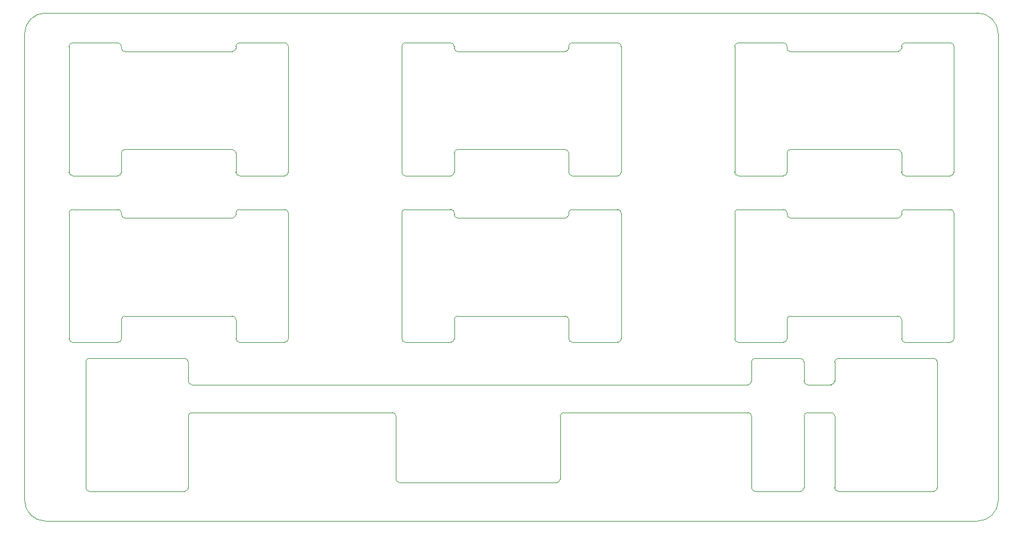
<source format=gbr>
%TF.GenerationSoftware,KiCad,Pcbnew,(5.1.10)-1*%
%TF.CreationDate,2021-07-06T10:59:22+02:00*%
%TF.ProjectId,plate,706c6174-652e-46b6-9963-61645f706362,rev?*%
%TF.SameCoordinates,Original*%
%TF.FileFunction,Profile,NP*%
%FSLAX46Y46*%
G04 Gerber Fmt 4.6, Leading zero omitted, Abs format (unit mm)*
G04 Created by KiCad (PCBNEW (5.1.10)-1) date 2021-07-06 10:59:22*
%MOMM*%
%LPD*%
G01*
G04 APERTURE LIST*
%TA.AperFunction,Profile*%
%ADD10C,0.050000*%
%TD*%
G04 APERTURE END LIST*
D10*
X191374999Y-123625000D02*
X177686999Y-123625000D01*
X191874999Y-105125000D02*
X191874999Y-123125000D01*
X191374999Y-104625000D02*
X177686999Y-104625000D01*
X191374999Y-104625000D02*
G75*
G02*
X191874999Y-105125000I0J-500000D01*
G01*
X191874999Y-123125000D02*
G75*
G02*
X191374999Y-123625000I-500000J0D01*
G01*
X177186999Y-112875000D02*
X177186999Y-123125000D01*
X177186999Y-105125000D02*
X177186999Y-107875000D01*
X177186999Y-105125000D02*
G75*
G02*
X177686999Y-104625000I500000J0D01*
G01*
X177686999Y-123625000D02*
G75*
G02*
X177186999Y-123125000I0J500000D01*
G01*
X172786999Y-112875000D02*
X172786999Y-123125001D01*
X172786999Y-105125001D02*
X172786999Y-107875000D01*
X176686999Y-108375000D02*
X173286999Y-108375000D01*
X176686999Y-112375000D02*
X173286999Y-112375000D01*
X176686999Y-112375000D02*
G75*
G02*
X177186999Y-112875000I0J-500000D01*
G01*
X177186999Y-107875000D02*
G75*
G02*
X176686999Y-108375000I-500000J0D01*
G01*
X173286999Y-108375000D02*
G75*
G02*
X172786999Y-107875000I0J500000D01*
G01*
X172786999Y-112875000D02*
G75*
G02*
X173286999Y-112375000I500000J0D01*
G01*
X165786999Y-104625001D02*
X172286999Y-104625001D01*
X165286999Y-107875000D02*
X165286999Y-105125001D01*
X165286999Y-123125001D02*
X165286999Y-112875000D01*
X165786999Y-123625001D02*
X172286999Y-123625001D01*
X165786999Y-123625001D02*
G75*
G02*
X165286999Y-123125001I0J500000D01*
G01*
X172786999Y-123125001D02*
G75*
G02*
X172286999Y-123625001I-500000J0D01*
G01*
X172286999Y-104625001D02*
G75*
G02*
X172786999Y-105125001I0J-500000D01*
G01*
X165286999Y-105125001D02*
G75*
G02*
X165786999Y-104625001I500000J0D01*
G01*
X165286999Y-107875000D02*
G75*
G02*
X164786999Y-108375000I-500000J0D01*
G01*
X164786999Y-112375000D02*
G75*
G02*
X165286999Y-112875000I0J-500000D01*
G01*
X164786999Y-112375000D02*
X138411999Y-112375001D01*
X114411999Y-121875001D02*
X114411999Y-112875001D01*
X137411999Y-122375001D02*
X114911999Y-122375001D01*
X137911999Y-112875001D02*
X137911999Y-121875001D01*
X137911999Y-112875001D02*
G75*
G02*
X138411999Y-112375001I500000J0D01*
G01*
X137911999Y-121875001D02*
G75*
G02*
X137411999Y-122375001I-500000J0D01*
G01*
X114911999Y-122375001D02*
G75*
G02*
X114411999Y-121875001I0J500000D01*
G01*
X164786999Y-108375000D02*
X85187000Y-108375001D01*
X84687000Y-107875001D02*
X84687000Y-105125001D01*
X84687000Y-112875001D02*
X84687000Y-123125001D01*
X113911999Y-112375001D02*
X85187000Y-112375001D01*
X113911999Y-112375001D02*
G75*
G02*
X114411999Y-112875001I0J-500000D01*
G01*
X85187000Y-108375001D02*
G75*
G02*
X84687000Y-107875001I0J500000D01*
G01*
X84687000Y-112875001D02*
G75*
G02*
X85187000Y-112375001I500000J0D01*
G01*
X70536999Y-123625000D02*
X84187000Y-123625001D01*
X84687000Y-123125001D02*
G75*
G02*
X84187000Y-123625001I-500000J0D01*
G01*
X84187000Y-104625001D02*
X70536999Y-104625000D01*
X84187000Y-104625001D02*
G75*
G02*
X84687000Y-105125001I0J-500000D01*
G01*
X70036999Y-123125000D02*
X70036999Y-105125000D01*
X70536999Y-123625000D02*
G75*
G02*
X70036999Y-123125000I0J500000D01*
G01*
X70036999Y-105125000D02*
G75*
G02*
X70536999Y-104625000I500000J0D01*
G01*
X163374001Y-102312501D02*
G75*
G02*
X162874001Y-101812501I0J500000D01*
G01*
X170374001Y-83812501D02*
X170374002Y-84062500D01*
X170374001Y-101812501D02*
G75*
G02*
X169874001Y-102312501I-500000J0D01*
G01*
X186750002Y-84062501D02*
G75*
G02*
X186250002Y-84562501I-500000J0D01*
G01*
X169874001Y-83312501D02*
G75*
G02*
X170374001Y-83812501I0J-500000D01*
G01*
X186250002Y-98562501D02*
X170874002Y-98562500D01*
X163374001Y-102312501D02*
X169874001Y-102312501D01*
X170374002Y-99062500D02*
X170374001Y-101812501D01*
X138625002Y-98562501D02*
X123249002Y-98562500D01*
X68124000Y-102312501D02*
X74624000Y-102312501D01*
X122749002Y-99062500D02*
X122749001Y-101812501D01*
X68124000Y-102312501D02*
G75*
G02*
X67624000Y-101812501I0J500000D01*
G01*
X91000001Y-98562501D02*
X75624001Y-98562500D01*
X139125002Y-84062501D02*
X139125002Y-83812501D01*
X75124001Y-99062500D02*
X75124000Y-101812501D01*
X146625002Y-83812501D02*
X146625002Y-101812501D01*
X162874001Y-83812501D02*
G75*
G02*
X163374001Y-83312501I500000J0D01*
G01*
X74624000Y-83312501D02*
G75*
G02*
X75124000Y-83812501I0J-500000D01*
G01*
X186750002Y-84062501D02*
X186750002Y-83812501D01*
X115749001Y-102312501D02*
X122249001Y-102312501D01*
X123249002Y-84562500D02*
G75*
G02*
X122749002Y-84062500I0J500000D01*
G01*
X75124000Y-101812501D02*
G75*
G02*
X74624000Y-102312501I-500000J0D01*
G01*
X163374001Y-83312501D02*
X169874001Y-83312501D01*
X186750002Y-101812501D02*
X186750002Y-99062501D01*
X75124000Y-83812501D02*
X75124001Y-84062500D01*
X91500001Y-84062501D02*
G75*
G02*
X91000001Y-84562501I-500000J0D01*
G01*
X170874002Y-84562500D02*
X186250002Y-84562501D01*
X122749002Y-99062500D02*
G75*
G02*
X123249002Y-98562500I500000J0D01*
G01*
X115749001Y-102312501D02*
G75*
G02*
X115249001Y-101812501I0J500000D01*
G01*
X115249001Y-101812501D02*
X115249001Y-83812501D01*
X115749001Y-83312501D02*
X122249001Y-83312501D01*
X123249002Y-84562500D02*
X138625002Y-84562501D01*
X139125002Y-101812501D02*
X139125002Y-99062501D01*
X75124001Y-99062500D02*
G75*
G02*
X75624001Y-98562500I500000J0D01*
G01*
X138625002Y-98562501D02*
G75*
G02*
X139125002Y-99062501I0J-500000D01*
G01*
X67624000Y-101812501D02*
X67624000Y-83812501D01*
X146125002Y-83312501D02*
G75*
G02*
X146625002Y-83812501I0J-500000D01*
G01*
X193750002Y-83312501D02*
G75*
G02*
X194250002Y-83812501I0J-500000D01*
G01*
X75624001Y-84562500D02*
G75*
G02*
X75124001Y-84062500I0J500000D01*
G01*
X146125002Y-102312501D02*
X139625002Y-102312501D01*
X139125002Y-83812501D02*
G75*
G02*
X139625002Y-83312501I500000J0D01*
G01*
X146625002Y-101812501D02*
G75*
G02*
X146125002Y-102312501I-500000J0D01*
G01*
X92000001Y-83312501D02*
X98500001Y-83312501D01*
X68124000Y-83312501D02*
X74624000Y-83312501D01*
X98500001Y-102312501D02*
X92000001Y-102312501D01*
X92000001Y-102312501D02*
G75*
G02*
X91500001Y-101812501I0J500000D01*
G01*
X122749001Y-83812501D02*
X122749002Y-84062500D01*
X139625002Y-83312501D02*
X146125002Y-83312501D01*
X115249001Y-83812501D02*
G75*
G02*
X115749001Y-83312501I500000J0D01*
G01*
X170374002Y-99062500D02*
G75*
G02*
X170874002Y-98562500I500000J0D01*
G01*
X99000001Y-83812501D02*
X99000001Y-101812501D01*
X194250002Y-83812501D02*
X194250002Y-101812501D01*
X91500001Y-101812501D02*
X91500001Y-99062501D01*
X91500001Y-83812501D02*
G75*
G02*
X92000001Y-83312501I500000J0D01*
G01*
X193750002Y-102312501D02*
X187250002Y-102312501D01*
X187250002Y-102312501D02*
G75*
G02*
X186750002Y-101812501I0J500000D01*
G01*
X67624000Y-83812501D02*
G75*
G02*
X68124000Y-83312501I500000J0D01*
G01*
X91000001Y-98562501D02*
G75*
G02*
X91500001Y-99062501I0J-500000D01*
G01*
X75624001Y-84562500D02*
X91000001Y-84562501D01*
X122249001Y-83312501D02*
G75*
G02*
X122749001Y-83812501I0J-500000D01*
G01*
X98500001Y-83312501D02*
G75*
G02*
X99000001Y-83812501I0J-500000D01*
G01*
X139625002Y-102312501D02*
G75*
G02*
X139125002Y-101812501I0J500000D01*
G01*
X99000001Y-101812501D02*
G75*
G02*
X98500001Y-102312501I-500000J0D01*
G01*
X186750002Y-83812501D02*
G75*
G02*
X187250002Y-83312501I500000J0D01*
G01*
X91500001Y-84062501D02*
X91500001Y-83812501D01*
X162874001Y-101812501D02*
X162874001Y-83812501D01*
X170874002Y-84562500D02*
G75*
G02*
X170374002Y-84062500I0J500000D01*
G01*
X139125002Y-84062501D02*
G75*
G02*
X138625002Y-84562501I-500000J0D01*
G01*
X187250002Y-83312501D02*
X193750002Y-83312501D01*
X122749001Y-101812501D02*
G75*
G02*
X122249001Y-102312501I-500000J0D01*
G01*
X186250002Y-98562501D02*
G75*
G02*
X186750002Y-99062501I0J-500000D01*
G01*
X194250002Y-101812501D02*
G75*
G02*
X193750002Y-102312501I-500000J0D01*
G01*
X163374000Y-78500001D02*
X169874000Y-78500001D01*
X163374000Y-78500001D02*
G75*
G02*
X162874000Y-78000001I0J500000D01*
G01*
X186250001Y-74750001D02*
X170874001Y-74750000D01*
X170374001Y-75250000D02*
X170374000Y-78000001D01*
X169874000Y-59500001D02*
G75*
G02*
X170374000Y-60000001I0J-500000D01*
G01*
X170374000Y-78000001D02*
G75*
G02*
X169874000Y-78500001I-500000J0D01*
G01*
X170374000Y-60000001D02*
X170374001Y-60250000D01*
X186750001Y-60250001D02*
G75*
G02*
X186250001Y-60750001I-500000J0D01*
G01*
X170374001Y-75250000D02*
G75*
G02*
X170874001Y-74750000I500000J0D01*
G01*
X162874000Y-78000001D02*
X162874000Y-60000001D01*
X170874001Y-60750000D02*
G75*
G02*
X170374001Y-60250000I0J500000D01*
G01*
X187250001Y-59500001D02*
X193750001Y-59500001D01*
X163374000Y-59500001D02*
X169874000Y-59500001D01*
X193750001Y-78500001D02*
X187250001Y-78500001D01*
X187250001Y-78500001D02*
G75*
G02*
X186750001Y-78000001I0J500000D01*
G01*
X194250001Y-60000001D02*
X194250001Y-78000001D01*
X186750001Y-78000001D02*
X186750001Y-75250001D01*
X186750001Y-60000001D02*
G75*
G02*
X187250001Y-59500001I500000J0D01*
G01*
X162874000Y-60000001D02*
G75*
G02*
X163374000Y-59500001I500000J0D01*
G01*
X186250001Y-74750001D02*
G75*
G02*
X186750001Y-75250001I0J-500000D01*
G01*
X170874001Y-60750000D02*
X186250001Y-60750001D01*
X193750001Y-59500001D02*
G75*
G02*
X194250001Y-60000001I0J-500000D01*
G01*
X194250001Y-78000001D02*
G75*
G02*
X193750001Y-78500001I-500000J0D01*
G01*
X186750001Y-60250001D02*
X186750001Y-60000001D01*
X115749000Y-78500001D02*
X122249000Y-78500001D01*
X115749000Y-78500001D02*
G75*
G02*
X115249000Y-78000001I0J500000D01*
G01*
X138625001Y-74750001D02*
X123249001Y-74750000D01*
X122749001Y-75250000D02*
X122749000Y-78000001D01*
X122249000Y-59500001D02*
G75*
G02*
X122749000Y-60000001I0J-500000D01*
G01*
X122749000Y-78000001D02*
G75*
G02*
X122249000Y-78500001I-500000J0D01*
G01*
X122749000Y-60000001D02*
X122749001Y-60250000D01*
X139125001Y-60250001D02*
G75*
G02*
X138625001Y-60750001I-500000J0D01*
G01*
X122749001Y-75250000D02*
G75*
G02*
X123249001Y-74750000I500000J0D01*
G01*
X115249000Y-78000001D02*
X115249000Y-60000001D01*
X123249001Y-60750000D02*
G75*
G02*
X122749001Y-60250000I0J500000D01*
G01*
X139625001Y-59500001D02*
X146125001Y-59500001D01*
X115749000Y-59500001D02*
X122249000Y-59500001D01*
X146125001Y-78500001D02*
X139625001Y-78500001D01*
X139625001Y-78500001D02*
G75*
G02*
X139125001Y-78000001I0J500000D01*
G01*
X146625001Y-60000001D02*
X146625001Y-78000001D01*
X139125001Y-78000001D02*
X139125001Y-75250001D01*
X139125001Y-60000001D02*
G75*
G02*
X139625001Y-59500001I500000J0D01*
G01*
X115249000Y-60000001D02*
G75*
G02*
X115749000Y-59500001I500000J0D01*
G01*
X138625001Y-74750001D02*
G75*
G02*
X139125001Y-75250001I0J-500000D01*
G01*
X123249001Y-60750000D02*
X138625001Y-60750001D01*
X146125001Y-59500001D02*
G75*
G02*
X146625001Y-60000001I0J-500000D01*
G01*
X146625001Y-78000001D02*
G75*
G02*
X146125001Y-78500001I-500000J0D01*
G01*
X139125001Y-60250001D02*
X139125001Y-60000001D01*
X91000000Y-74750001D02*
X75624000Y-74750000D01*
X91500000Y-78000001D02*
X91500000Y-75250001D01*
X98500000Y-78500001D02*
X92000000Y-78500001D01*
X99000000Y-60000001D02*
X99000000Y-78000001D01*
X92000000Y-59500001D02*
X98500000Y-59500001D01*
X91500000Y-60250001D02*
X91500000Y-60000001D01*
X75624000Y-60750000D02*
X91000000Y-60750001D01*
X75123999Y-60000001D02*
X75124000Y-60250000D01*
X68123999Y-59500001D02*
X74623999Y-59500001D01*
X67623999Y-78000001D02*
X67623999Y-60000001D01*
X75124000Y-75250000D02*
X75123999Y-78000001D01*
X68123999Y-78500001D02*
X74623999Y-78500001D01*
X75124000Y-75250000D02*
G75*
G02*
X75624000Y-74750000I500000J0D01*
G01*
X75624000Y-60750000D02*
G75*
G02*
X75124000Y-60250000I0J500000D01*
G01*
X91500000Y-60250001D02*
G75*
G02*
X91000000Y-60750001I-500000J0D01*
G01*
X91000000Y-74750001D02*
G75*
G02*
X91500000Y-75250001I0J-500000D01*
G01*
X91500000Y-60000001D02*
G75*
G02*
X92000000Y-59500001I500000J0D01*
G01*
X98500000Y-59500001D02*
G75*
G02*
X99000000Y-60000001I0J-500000D01*
G01*
X99000000Y-78000001D02*
G75*
G02*
X98500000Y-78500001I-500000J0D01*
G01*
X92000000Y-78500001D02*
G75*
G02*
X91500000Y-78000001I0J500000D01*
G01*
X75123999Y-78000001D02*
G75*
G02*
X74623999Y-78500001I-500000J0D01*
G01*
X68123999Y-78500001D02*
G75*
G02*
X67623999Y-78000001I0J500000D01*
G01*
X74623999Y-59500001D02*
G75*
G02*
X75123999Y-60000001I0J-500000D01*
G01*
X67623999Y-60000001D02*
G75*
G02*
X68123999Y-59500001I500000J0D01*
G01*
X200612000Y-124900001D02*
X200612000Y-58225000D01*
X64262000Y-127900001D02*
X197612000Y-127900001D01*
X61261999Y-58225000D02*
X61262000Y-124900001D01*
X197612000Y-55225000D02*
X64261999Y-55225000D01*
X197612000Y-55225000D02*
G75*
G02*
X200612000Y-58225000I0J-3000000D01*
G01*
X200612000Y-124900001D02*
G75*
G02*
X197612000Y-127900001I-3000000J0D01*
G01*
X64262000Y-127900001D02*
G75*
G02*
X61262000Y-124900001I0J3000000D01*
G01*
X61261999Y-58225000D02*
G75*
G02*
X64261999Y-55225000I3000000J0D01*
G01*
M02*

</source>
